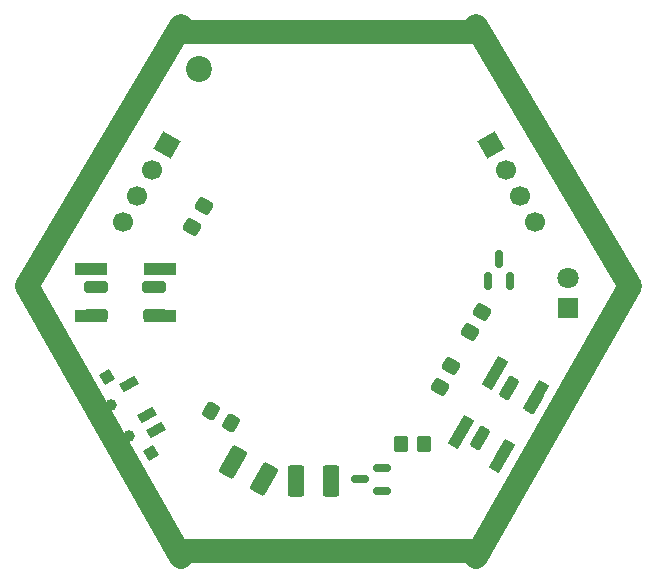
<source format=gbr>
%TF.GenerationSoftware,KiCad,Pcbnew,(6.0.5-0)*%
%TF.CreationDate,2022-06-08T15:30:45+08:00*%
%TF.ProjectId,dtl,64746c2e-6b69-4636-9164-5f7063625858,rev?*%
%TF.SameCoordinates,Original*%
%TF.FileFunction,Soldermask,Top*%
%TF.FilePolarity,Negative*%
%FSLAX46Y46*%
G04 Gerber Fmt 4.6, Leading zero omitted, Abs format (unit mm)*
G04 Created by KiCad (PCBNEW (6.0.5-0)) date 2022-06-08 15:30:45*
%MOMM*%
%LPD*%
G01*
G04 APERTURE LIST*
G04 Aperture macros list*
%AMRoundRect*
0 Rectangle with rounded corners*
0 $1 Rounding radius*
0 $2 $3 $4 $5 $6 $7 $8 $9 X,Y pos of 4 corners*
0 Add a 4 corners polygon primitive as box body*
4,1,4,$2,$3,$4,$5,$6,$7,$8,$9,$2,$3,0*
0 Add four circle primitives for the rounded corners*
1,1,$1+$1,$2,$3*
1,1,$1+$1,$4,$5*
1,1,$1+$1,$6,$7*
1,1,$1+$1,$8,$9*
0 Add four rect primitives between the rounded corners*
20,1,$1+$1,$2,$3,$4,$5,0*
20,1,$1+$1,$4,$5,$6,$7,0*
20,1,$1+$1,$6,$7,$8,$9,0*
20,1,$1+$1,$8,$9,$2,$3,0*%
%AMHorizOval*
0 Thick line with rounded ends*
0 $1 width*
0 $2 $3 position (X,Y) of the first rounded end (center of the circle)*
0 $4 $5 position (X,Y) of the second rounded end (center of the circle)*
0 Add line between two ends*
20,1,$1,$2,$3,$4,$5,0*
0 Add two circle primitives to create the rounded ends*
1,1,$1,$2,$3*
1,1,$1,$4,$5*%
%AMRotRect*
0 Rectangle, with rotation*
0 The origin of the aperture is its center*
0 $1 length*
0 $2 width*
0 $3 Rotation angle, in degrees counterclockwise*
0 Add horizontal line*
21,1,$1,$2,0,0,$3*%
G04 Aperture macros list end*
%ADD10C,2.000000*%
%ADD11R,1.800000X1.800000*%
%ADD12C,1.800000*%
%ADD13RotRect,0.800000X1.500000X300.000000*%
%ADD14RotRect,1.000000X1.000000X300.000000*%
%ADD15RotRect,1.100000X1.000000X300.000000*%
%ADD16C,1.000000*%
%ADD17RoundRect,0.250000X0.350000X0.450000X-0.350000X0.450000X-0.350000X-0.450000X0.350000X-0.450000X0*%
%ADD18RotRect,1.700000X1.700000X30.000000*%
%ADD19HorizOval,1.700000X0.000000X0.000000X0.000000X0.000000X0*%
%ADD20RoundRect,0.250001X-0.938035X-0.699727X-0.136964X-1.162226X0.938035X0.699727X0.136964X1.162226X0*%
%ADD21RoundRect,0.150000X0.587500X0.150000X-0.587500X0.150000X-0.587500X-0.150000X0.587500X-0.150000X0*%
%ADD22RoundRect,0.150000X0.150000X-0.587500X0.150000X0.587500X-0.150000X0.587500X-0.150000X-0.587500X0*%
%ADD23RoundRect,0.250000X0.214711X-0.528109X0.564711X0.078109X-0.214711X0.528109X-0.564711X-0.078109X0*%
%ADD24RotRect,1.700000X1.700000X330.000000*%
%ADD25HorizOval,1.700000X0.000000X0.000000X0.000000X0.000000X0*%
%ADD26RoundRect,0.250000X-0.750000X0.250000X-0.750000X-0.250000X0.750000X-0.250000X0.750000X0.250000X0*%
%ADD27R,2.800000X1.000000*%
%ADD28RoundRect,0.250001X0.462499X1.074999X-0.462499X1.074999X-0.462499X-1.074999X0.462499X-1.074999X0*%
%ADD29RotRect,2.800000X1.000000X240.000000*%
%ADD30RoundRect,0.250000X-0.591506X-0.524519X-0.158494X-0.774519X0.591506X0.524519X0.158494X0.774519X0*%
%ADD31RoundRect,0.250000X-0.214711X0.528109X-0.564711X-0.078109X0.214711X-0.528109X0.564711X0.078109X0*%
%ADD32RoundRect,0.250000X-0.528109X-0.214711X0.078109X-0.564711X0.528109X0.214711X-0.078109X0.564711X0*%
%ADD33C,2.200000*%
G04 APERTURE END LIST*
D10*
X122110000Y-59994927D02*
X135110000Y-37994927D01*
X135110000Y-38494927D02*
X160110000Y-38494927D01*
X160110000Y-82494927D02*
X135110000Y-82494927D01*
X160110000Y-37994927D02*
X173110000Y-59994927D01*
X135110000Y-82994927D02*
X122110000Y-59994927D01*
X173110000Y-59994927D02*
X160110000Y-82994927D01*
D11*
%TO.C,D10*%
X167881705Y-61904927D03*
D12*
X167881705Y-59364927D03*
%TD*%
D13*
%TO.C,SW3*%
X130709087Y-68351443D03*
X132209087Y-70949519D03*
X132959087Y-72248557D03*
D14*
X128858254Y-67745706D03*
X132558254Y-74154294D03*
D15*
X127299408Y-68645706D03*
D14*
X130999408Y-75054294D03*
D16*
X129178831Y-70100962D03*
X130678831Y-72699038D03*
%TD*%
D17*
%TO.C,R10*%
X155700000Y-73400000D03*
X153700000Y-73400000D03*
%TD*%
D18*
%TO.C,J7*%
X161346705Y-48069927D03*
D19*
X162596705Y-50234991D03*
X163846705Y-52400054D03*
X165096705Y-54565118D03*
%TD*%
D20*
%TO.C,D3*%
X139523574Y-74912500D03*
X142100000Y-76400000D03*
%TD*%
D21*
%TO.C,Q2*%
X152137500Y-77350000D03*
X152137500Y-75450000D03*
X150262500Y-76400000D03*
%TD*%
D22*
%TO.C,Q5*%
X161100000Y-59600000D03*
X163000000Y-59600000D03*
X162050000Y-57725000D03*
%TD*%
D23*
%TO.C,R13*%
X157000000Y-68566025D03*
X158000000Y-66833975D03*
%TD*%
D24*
%TO.C,J5*%
X133911705Y-48074031D03*
D25*
X132661705Y-50239095D03*
X131411705Y-52404158D03*
X130161705Y-54569222D03*
%TD*%
D26*
%TO.C,SW11*%
X132900000Y-62500000D03*
X127950000Y-62500000D03*
X132850000Y-60100000D03*
X127950000Y-60100000D03*
%TD*%
D27*
%TO.C,SW13*%
X133300000Y-62600000D03*
X127500000Y-62600000D03*
X133300000Y-58600000D03*
X127500000Y-58600000D03*
%TD*%
D28*
%TO.C,D6*%
X147787500Y-76500000D03*
X144812500Y-76500000D03*
%TD*%
D29*
%TO.C,SW12*%
X165182051Y-69388526D03*
X162282051Y-74411474D03*
X161717949Y-67388526D03*
X158817949Y-72411474D03*
%TD*%
D30*
%TO.C,SW4*%
X164963461Y-69806699D03*
X162488461Y-74093525D03*
X162860000Y-68650000D03*
X160410000Y-72893525D03*
%TD*%
D23*
%TO.C,R14*%
X159600000Y-63932050D03*
X160600000Y-62200000D03*
%TD*%
D31*
%TO.C,R5*%
X137031705Y-53254927D03*
X136031705Y-54986977D03*
%TD*%
D32*
%TO.C,R8*%
X137627950Y-70650000D03*
X139360000Y-71650000D03*
%TD*%
D33*
%TO.C,H2*%
X136610000Y-41650000D03*
%TD*%
M02*

</source>
